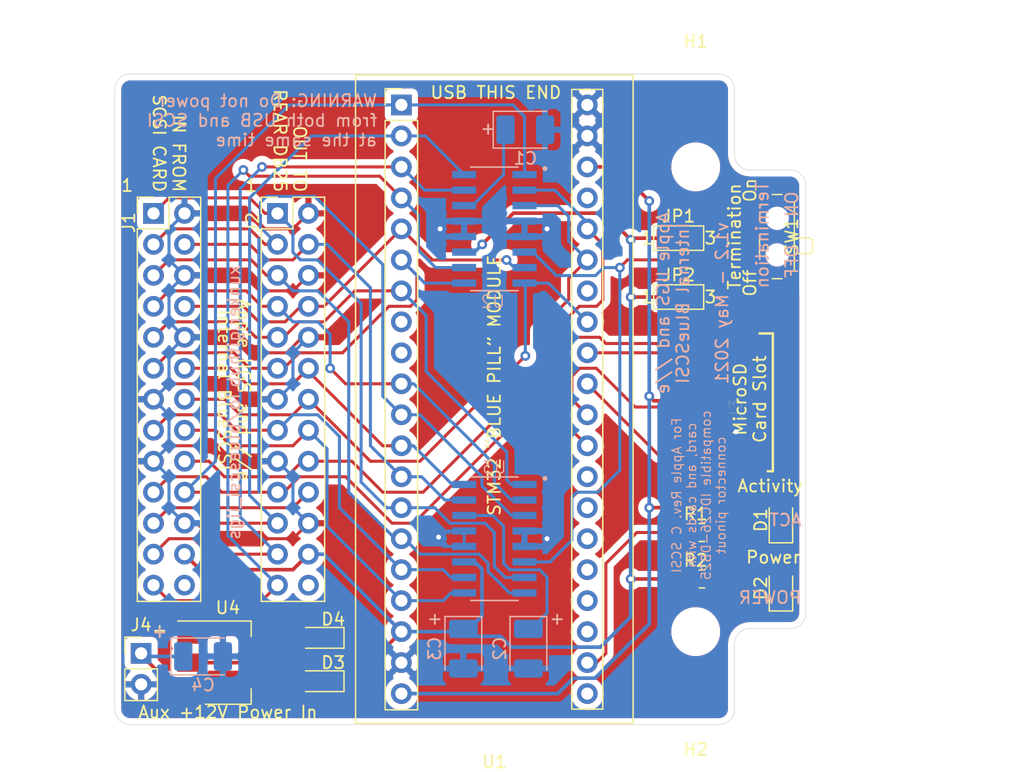
<source format=kicad_pcb>
(kicad_pcb (version 20171130) (host pcbnew "(5.1.8-0-10_14)")
  (layers (0 F.Cu signal) (31 B.Cu signal) (34 B.Paste user) (35 F.Paste user) (36 B.SilkS user) (37 F.SilkS user) (38 B.Mask user) (39 F.Mask user) (44 Edge.Cuts user))
  (net 0 "")
  (net 1 "Net-(U1-Pad37)")
  (net 2 "Net-(U1-Pad34)")
  (net 3 "Net-(U1-Pad8)")
  (net 4 "Net-(U1-Pad9)")
  (net 5 "Net-(U1-Pad28)")
  (net 6 "Net-(U1-Pad25)")
  (net 7 "Net-(U1-Pad24)")
  (net 8 "Net-(U1-Pad23)")
  (net 9 "Net-(U1-Pad21)")
  (net 10 "Net-(J1-Pad26)")
  (net 11 "Net-(J2-Pad26)")
  (net 12 +5V)
  (net 13 GND)
  (net 14 /SCSI_DB4)
  (net 15 /SCSI_DB2)
  (net 16 /SCSI_DB1)
  (net 17 /SCSI_DBP)
  (net 18 /SCSI_SEL)
  (net 19 /SCSI_ATN)
  (net 20 /SCSI_C_D)
  (net 21 /SCSI_DB7)
  (net 22 /SCSI_DB6)
  (net 23 /SCSI_DB5)
  (net 24 /SCSI_DB3)
  (net 25 /SCSI_DB0)
  (net 26 /SCSI_BSY)
  (net 27 /SCSI_ACK)
  (net 28 /SCSI_RST)
  (net 29 /SCSI_I_O)
  (net 30 /SCSI_MSG)
  (net 31 /SCSI_REQ)
  (net 32 /SD_MISO)
  (net 33 /SD_CSK)
  (net 34 +3V3)
  (net 35 /SD_MOSI)
  (net 36 /SD_CS)
  (net 37 "Net-(J3-Pad8)")
  (net 38 "Net-(J3-Pad1)")
  (net 39 "Net-(D2-Pad2)")
  (net 40 "Net-(C1-Pad1)")
  (net 41 "Net-(C2-Pad1)")
  (net 42 /TERM_DISC)
  (net 43 "Net-(D1-Pad1)")
  (net 44 /DEBUG_RX)
  (net 45 /DEBUG_TX)
  (net 46 "Net-(D4-Pad2)")
  (net 47 /+12V_AUX)
  (net 48 /TERM_EN)
  (net 49 /TERM_DIS)
  (net 50 /DISK_ACT)
  (net 51 /REG_OUT)
  (module Jumper:SolderJumper-3_P1.3mm_Open_Pad1.0x1.5mm_NumberLabels (layer F.Cu) (at 175.133 66.548)
    (fp_text reference JP2 (at 0 -1.8) (layer F.SilkS))
    (fp_text value Jumper_3_Open)
    (fp_text user 1 (at -2.6 0) (layer F.SilkS))
    (fp_text user 3 (at 2.6 0) (layer F.SilkS))
    (pad 1 smd rect (at -1.3 0) (size 1 1.5) (layers F.Cu F.Mask) (net 12 +5V))
    (pad 2 smd rect (at 0 0) (size 1 1.5) (layers F.Cu F.Mask) (net 49 /TERM_DIS))
    (pad 3 smd rect (at 1.3 0) (size 1 1.5) (layers F.Cu F.Mask) (net 13 GND))
  )
  (module Jumper:SolderJumper-3_P1.3mm_Open_Pad1.0x1.5mm_NumberLabels (layer F.Cu) (at 175.133 61.722)
    (fp_text reference JP1 (at 0 -1.8) (layer F.SilkS))
    (fp_text value Jumper_3_Open)
    (fp_text user 1 (at -2.6 0) (layer F.SilkS))
    (fp_text user 3 (at 2.6 0) (layer F.SilkS))
    (pad 1 smd rect (at -1.3 0) (size 1 1.5) (layers F.Cu F.Mask) (net 12 +5V))
    (pad 2 smd rect (at 0 0) (size 1 1.5) (layers F.Cu F.Mask) (net 48 /TERM_EN))
    (pad 3 smd rect (at 1.3 0) (size 1 1.5) (layers F.Cu F.Mask) (net 13 GND))
  )
  (module "Molex 105162-0001:105162-0001" (layer F.Cu) (at 176.403 75.184 90)
    (fp_text reference J3 (at -0.549 3.399 90) (layer F.SilkS) (effects (font (thickness 0.015))))
    (fp_text value 105162-0001)
    (pad 15 smd rect (at -2.204 0.105 90) (size 2.91 0.55) (layers F.Cu F.Paste F.Mask))
    (pad 14 smd rect (at 1.986 0.105 90) (size 2.91 0.55) (layers F.Cu F.Paste F.Mask))
    (pad 13 smd rect (at -5.325 4.535 90) (size 1.05 2.39) (layers F.Cu F.Paste F.Mask) (net 13 GND))
    (pad 12 smd rect (at -5.325 1.35 90) (size 1.05 1.2) (layers F.Cu F.Paste F.Mask) (net 13 GND))
    (pad 11 smd rect (at 5.325 0.78 90) (size 1.05 1.2) (layers F.Cu F.Paste F.Mask) (net 13 GND))
    (pad 10 smd rect (at 5.325 3.39 90) (size 1.05 1.08) (layers F.Cu F.Paste F.Mask) (net 13 GND))
    (pad 9 smd rect (at 5.31 4.66 90) (size 0.72 0.78) (layers F.Cu F.Paste F.Mask) (net 13 GND))
    (pad 8 smd rect (at -4.15 7.34 90) (size 0.5 1) (layers F.Cu F.Paste F.Mask) (net 37 "Net-(J3-Pad8)"))
    (pad 7 smd rect (at -3.05 7.34 90) (size 0.5 1) (layers F.Cu F.Paste F.Mask) (net 32 /SD_MISO))
    (pad 6 smd rect (at -1.95 7.34 90) (size 0.5 1) (layers F.Cu F.Paste F.Mask) (net 13 GND))
    (pad 5 smd rect (at -0.85 7.34 90) (size 0.5 1) (layers F.Cu F.Paste F.Mask) (net 33 /SD_CSK))
    (pad 4 smd rect (at 0.25 7.34 90) (size 0.5 1) (layers F.Cu F.Paste F.Mask) (net 34 +3V3))
    (pad 3 smd rect (at 1.35 7.34 90) (size 0.5 1) (layers F.Cu F.Paste F.Mask) (net 35 /SD_MOSI))
    (pad 2 smd rect (at 2.45 7.34 90) (size 0.5 1) (layers F.Cu F.Paste F.Mask) (net 36 /SD_CS))
    (pad 1 smd rect (at 3.55 7.34 90) (size 0.5 1) (layers F.Cu F.Paste F.Mask) (net 38 "Net-(J3-Pad1)"))
  )
  (module Diode_SMD:D_SOD-323_HandSoldering (layer F.Cu) (at 145.796 94.488 180)
    (fp_text reference D4 (at -1.016 1.524) (layer F.SilkS))
    (fp_text value 1N5817,CUS08F30-H3F)
    (pad 2 smd rect (at 1.25 0 180) (size 1 1) (layers F.Cu F.Paste F.Mask) (net 46 "Net-(D4-Pad2)"))
    (pad 1 smd rect (at -1.25 0 180) (size 1 1) (layers F.Cu F.Paste F.Mask) (net 13 GND))
  )
  (module Diode_SMD:D_SOD-323_HandSoldering (layer F.Cu) (at 145.796 98.044 180)
    (fp_text reference D3 (at -1.016 1.524) (layer F.SilkS))
    (fp_text value 1N5817,1N5817,CUS08F30-H3F)
    (pad 2 smd rect (at 1.25 0 180) (size 1 1) (layers F.Cu F.Paste F.Mask) (net 51 /REG_OUT))
    (pad 1 smd rect (at -1.25 0 180) (size 1 1) (layers F.Cu F.Paste F.Mask) (net 12 +5V))
  )
  (module Package_TO_SOT_SMD:SOT-223-3_TabPin2 (layer F.Cu) (at 138.176 96.52)
    (fp_text reference U4 (at 0 -4.5) (layer F.SilkS))
    (fp_text value AMS1117-5.0)
    (pad 1 smd rect (at -3.15 -2.3) (size 2 1.5) (layers F.Cu F.Paste F.Mask) (net 46 "Net-(D4-Pad2)"))
    (pad 3 smd rect (at -3.15 2.3) (size 2 1.5) (layers F.Cu F.Paste F.Mask) (net 47 /+12V_AUX))
    (pad 2 smd rect (at -3.15 0) (size 2 1.5) (layers F.Cu F.Paste F.Mask) (net 51 /REG_OUT))
    (pad 2 smd rect (at 3.15 0) (size 2 3.8) (layers F.Cu F.Paste F.Mask) (net 51 /REG_OUT))
  )
  (module Connector_PinHeader_2.54mm:PinHeader_1x02_P2.54mm_Vertical (layer F.Cu) (at 131.064 95.758)
    (fp_text reference J4 (at 0 -2.33) (layer F.SilkS))
    (fp_text value Conn_01x02_Male)
    (pad 2 thru_hole oval (at 0 2.54) (size 1.7 1.7) (drill 1) (layers *.Cu *.Mask) (net 13 GND))
    (pad 1 thru_hole rect (at 0 0) (size 1.7 1.7) (drill 1) (layers *.Cu *.Mask) (net 47 /+12V_AUX))
  )
  (module Capacitor_Tantalum_SMD:CP_EIA-3528-21_Kemet-B_Pad1.50x2.35mm_HandSolder (layer B.Cu) (at 136.144 96.012)
    (fp_text reference C4 (at 0 2.35 180) (layer B.SilkS) (effects (justify mirror)))
    (fp_text value 10uF)
    (pad 2 smd roundrect (at 1.625 0) (size 1.5 2.35) (layers B.Cu B.Paste B.Mask) (roundrect_rratio 0.166667) (net 13 GND))
    (pad 1 smd roundrect (at -1.625 0) (size 1.5 2.35) (layers B.Cu B.Paste B.Mask) (roundrect_rratio 0.166667) (net 47 /+12V_AUX))
  )
  (module Button_Switch_SMD:SW_SPDT_PCM12 (layer F.Cu) (at 182.88 61.595 90)
    (fp_text reference SW1 (at 0 1.524 90) (layer F.SilkS))
    (fp_text value SW_SPDT)
    (pad "" smd rect (at -3.65 -0.78 90) (size 1 0.8) (layers F.Cu F.Paste F.Mask))
    (pad "" smd rect (at 3.65 -0.78 90) (size 1 0.8) (layers F.Cu F.Paste F.Mask))
    (pad "" smd rect (at 3.65 1.43 90) (size 1 0.8) (layers F.Cu F.Paste F.Mask))
    (pad "" smd rect (at -3.65 1.43 90) (size 1 0.8) (layers F.Cu F.Paste F.Mask))
    (pad 3 smd rect (at 2.25 -1.43 90) (size 0.7 1.5) (layers F.Cu F.Paste F.Mask) (net 48 /TERM_EN))
    (pad 2 smd rect (at 0.75 -1.43 90) (size 0.7 1.5) (layers F.Cu F.Paste F.Mask) (net 42 /TERM_DISC))
    (pad 1 smd rect (at -2.25 -1.43 90) (size 0.7 1.5) (layers F.Cu F.Paste F.Mask) (net 49 /TERM_DIS))
    (pad "" np_thru_hole circle (at 1.5 0.33 90) (size 0.9 0.9) (drill 0.9) (layers *.Cu *.Mask))
    (pad "" np_thru_hole circle (at -1.5 0.33 90) (size 0.9 0.9) (drill 0.9) (layers *.Cu *.Mask))
  )
  (module Capacitor_Tantalum_SMD:CP_EIA-3528-21_Kemet-B_Pad1.50x2.35mm_HandSolder (layer B.Cu) (at 157.48 95.377 270)
    (fp_text reference C3 (at 0 2.35 90) (layer B.SilkS) (effects (justify mirror)))
    (fp_text value "4.7uF, 6.3v")
    (pad 2 smd roundrect (at 1.625 0 270) (size 1.5 2.35) (layers B.Cu B.Paste B.Mask) (roundrect_rratio 0.166667) (net 13 GND))
    (pad 1 smd roundrect (at -1.625 0 270) (size 1.5 2.35) (layers B.Cu B.Paste B.Mask) (roundrect_rratio 0.166667) (net 12 +5V))
  )
  (module Capacitor_Tantalum_SMD:CP_EIA-3528-21_Kemet-B_Pad1.50x2.35mm_HandSolder (layer B.Cu) (at 162.814 95.377 270)
    (fp_text reference C2 (at 0 2.35 90) (layer B.SilkS) (effects (justify mirror)))
    (fp_text value "4.7uF, 6.3v")
    (pad 2 smd roundrect (at 1.625 0 270) (size 1.5 2.35) (layers B.Cu B.Paste B.Mask) (roundrect_rratio 0.166667) (net 13 GND))
    (pad 1 smd roundrect (at -1.625 0 270) (size 1.5 2.35) (layers B.Cu B.Paste B.Mask) (roundrect_rratio 0.166667) (net 41 "Net-(C2-Pad1)"))
  )
  (module Capacitor_Tantalum_SMD:CP_EIA-3528-21_Kemet-B_Pad1.50x2.35mm_HandSolder (layer B.Cu) (at 162.56 52.832)
    (fp_text reference C1 (at 0 2.35) (layer B.SilkS) (effects (justify mirror)))
    (fp_text value "4.7uF, 6.3v")
    (pad 2 smd roundrect (at 1.625 0) (size 1.5 2.35) (layers B.Cu B.Paste B.Mask) (roundrect_rratio 0.166667) (net 13 GND))
    (pad 1 smd roundrect (at -1.625 0) (size 1.5 2.35) (layers B.Cu B.Paste B.Mask) (roundrect_rratio 0.166667) (net 40 "Net-(C1-Pad1)"))
  )
  (module LED_SMD:LED_0805_2012Metric_Pad1.15x1.40mm_HandSolder (layer F.Cu) (at 183.515 90.424 90)
    (fp_text reference D2 (at 0 -1.65 90) (layer F.SilkS))
    (fp_text value LED)
    (pad 2 smd roundrect (at 1.025 0 90) (size 1.15 1.4) (layers F.Cu F.Paste F.Mask) (roundrect_rratio 0.217391) (net 39 "Net-(D2-Pad2)"))
    (pad 1 smd roundrect (at -1.025 0 90) (size 1.15 1.4) (layers F.Cu F.Paste F.Mask) (roundrect_rratio 0.217391) (net 13 GND))
  )
  (module LED_SMD:LED_0805_2012Metric_Pad1.15x1.40mm_HandSolder (layer F.Cu) (at 183.515 84.836 90)
    (fp_text reference D1 (at 0 -1.65 90) (layer F.SilkS))
    (fp_text value LED)
    (pad 2 smd roundrect (at 1.025 0 90) (size 1.15 1.4) (layers F.Cu F.Paste F.Mask) (roundrect_rratio 0.217391) (net 34 +3V3))
    (pad 1 smd roundrect (at -1.025 0 90) (size 1.15 1.4) (layers F.Cu F.Paste F.Mask) (roundrect_rratio 0.217391) (net 43 "Net-(D1-Pad1)"))
  )
  (module Resistor_SMD:R_0805_2012Metric_Pad1.20x1.40mm_HandSolder (layer F.Cu) (at 177.038 89.662 180)
    (fp_text reference R2 (at 0.508 1.524) (layer F.SilkS))
    (fp_text value 470)
    (pad 2 smd roundrect (at 1 0 180) (size 1.2 1.4) (layers F.Cu F.Paste F.Mask) (roundrect_rratio 0.208333) (net 12 +5V))
    (pad 1 smd roundrect (at -1 0 180) (size 1.2 1.4) (layers F.Cu F.Paste F.Mask) (roundrect_rratio 0.208333) (net 39 "Net-(D2-Pad2)"))
  )
  (module Resistor_SMD:R_0805_2012Metric_Pad1.20x1.40mm_HandSolder (layer F.Cu) (at 177.038 85.852 180)
    (fp_text reference R1 (at 0.508 1.524) (layer F.SilkS))
    (fp_text value 330)
    (pad 2 smd roundrect (at 1 0 180) (size 1.2 1.4) (layers F.Cu F.Paste F.Mask) (roundrect_rratio 0.208333) (net 50 /DISK_ACT))
    (pad 1 smd roundrect (at -1 0 180) (size 1.2 1.4) (layers F.Cu F.Paste F.Mask) (roundrect_rratio 0.208333) (net 43 "Net-(D1-Pad1)"))
  )
  (module Connector_PinHeader_2.54mm:PinHeader_2x13_P2.54mm_Vertical (layer F.Cu) (at 142.24 59.69)
    (fp_text reference J2 (at -2.032 0.762 90) (layer F.SilkS))
    (fp_text value Conn_02x13_Odd_Even)
    (pad 26 thru_hole oval (at 2.54 30.48) (size 1.7 1.7) (drill 1) (layers *.Cu *.Mask) (net 11 "Net-(J2-Pad26)"))
    (pad 25 thru_hole oval (at 0 30.48) (size 1.7 1.7) (drill 1) (layers *.Cu *.Mask) (net 21 /SCSI_DB7))
    (pad 24 thru_hole oval (at 2.54 27.94) (size 1.7 1.7) (drill 1) (layers *.Cu *.Mask) (net 12 +5V))
    (pad 23 thru_hole oval (at 0 27.94) (size 1.7 1.7) (drill 1) (layers *.Cu *.Mask) (net 22 /SCSI_DB6))
    (pad 22 thru_hole oval (at 2.54 25.4) (size 1.7 1.7) (drill 1) (layers *.Cu *.Mask) (net 13 GND))
    (pad 21 thru_hole oval (at 0 25.4) (size 1.7 1.7) (drill 1) (layers *.Cu *.Mask) (net 23 /SCSI_DB5))
    (pad 20 thru_hole oval (at 2.54 22.86) (size 1.7 1.7) (drill 1) (layers *.Cu *.Mask) (net 14 /SCSI_DB4))
    (pad 19 thru_hole oval (at 0 22.86) (size 1.7 1.7) (drill 1) (layers *.Cu *.Mask) (net 24 /SCSI_DB3))
    (pad 18 thru_hole oval (at 2.54 20.32) (size 1.7 1.7) (drill 1) (layers *.Cu *.Mask) (net 15 /SCSI_DB2))
    (pad 17 thru_hole oval (at 0 20.32) (size 1.7 1.7) (drill 1) (layers *.Cu *.Mask) (net 13 GND))
    (pad 16 thru_hole oval (at 2.54 17.78) (size 1.7 1.7) (drill 1) (layers *.Cu *.Mask) (net 16 /SCSI_DB1))
    (pad 15 thru_hole oval (at 0 17.78) (size 1.7 1.7) (drill 1) (layers *.Cu *.Mask) (net 25 /SCSI_DB0))
    (pad 14 thru_hole oval (at 2.54 15.24) (size 1.7 1.7) (drill 1) (layers *.Cu *.Mask) (net 17 /SCSI_DBP))
    (pad 13 thru_hole oval (at 0 15.24) (size 1.7 1.7) (drill 1) (layers *.Cu *.Mask) (net 13 GND))
    (pad 12 thru_hole oval (at 2.54 12.7) (size 1.7 1.7) (drill 1) (layers *.Cu *.Mask) (net 18 /SCSI_SEL))
    (pad 11 thru_hole oval (at 0 12.7) (size 1.7 1.7) (drill 1) (layers *.Cu *.Mask) (net 26 /SCSI_BSY))
    (pad 10 thru_hole oval (at 2.54 10.16) (size 1.7 1.7) (drill 1) (layers *.Cu *.Mask) (net 13 GND))
    (pad 9 thru_hole oval (at 0 10.16) (size 1.7 1.7) (drill 1) (layers *.Cu *.Mask) (net 27 /SCSI_ACK))
    (pad 8 thru_hole oval (at 2.54 7.62) (size 1.7 1.7) (drill 1) (layers *.Cu *.Mask) (net 19 /SCSI_ATN))
    (pad 7 thru_hole oval (at 0 7.62) (size 1.7 1.7) (drill 1) (layers *.Cu *.Mask) (net 28 /SCSI_RST))
    (pad 6 thru_hole oval (at 2.54 5.08) (size 1.7 1.7) (drill 1) (layers *.Cu *.Mask) (net 13 GND))
    (pad 5 thru_hole oval (at 0 5.08) (size 1.7 1.7) (drill 1) (layers *.Cu *.Mask) (net 29 /SCSI_I_O))
    (pad 4 thru_hole oval (at 2.54 2.54) (size 1.7 1.7) (drill 1) (layers *.Cu *.Mask) (net 20 /SCSI_C_D))
    (pad 3 thru_hole oval (at 0 2.54) (size 1.7 1.7) (drill 1) (layers *.Cu *.Mask) (net 30 /SCSI_MSG))
    (pad 2 thru_hole oval (at 2.54 0) (size 1.7 1.7) (drill 1) (layers *.Cu *.Mask) (net 13 GND))
    (pad 1 thru_hole rect (at 0 0) (size 1.7 1.7) (drill 1) (layers *.Cu *.Mask) (net 31 /SCSI_REQ))
  )
  (module "my library:YAAJ_BluePill_2" (layer F.Cu) (at 152.4 50.8)
    (fp_text reference U1 (at 7.62 53.848) (layer F.SilkS))
    (fp_text value YAAJ_BluePill hide)
    (pad 40 thru_hole circle (at 15.24 0) (size 1.7 1.7) (drill 1) (layers *.Cu *.Mask) (net 13 GND))
    (pad 1 thru_hole rect (at 0 0) (size 1.7 1.7) (drill 1) (layers *.Cu *.Mask) (net 14 /SCSI_DB4))
    (pad 39 thru_hole circle (at 15.24 2.54) (size 1.7 1.7) (drill 1) (layers *.Cu *.Mask) (net 13 GND))
    (pad 2 thru_hole circle (at 0 2.54) (size 1.7 1.7) (drill 1) (layers *.Cu *.Mask) (net 23 /SCSI_DB5))
    (pad 38 thru_hole circle (at 15.24 5.08) (size 1.7 1.7) (drill 1) (layers *.Cu *.Mask) (net 34 +3V3))
    (pad 3 thru_hole circle (at 0 5.08) (size 1.7 1.7) (drill 1) (layers *.Cu *.Mask) (net 22 /SCSI_DB6))
    (pad 37 thru_hole circle (at 15.24 7.62) (size 1.7 1.7) (drill 1) (layers *.Cu *.Mask) (net 1 "Net-(U1-Pad37)"))
    (pad 4 thru_hole circle (at 0 7.62) (size 1.7 1.7) (drill 1) (layers *.Cu *.Mask) (net 21 /SCSI_DB7))
    (pad 36 thru_hole circle (at 15.24 10.16) (size 1.7 1.7) (drill 1) (layers *.Cu *.Mask) (net 24 /SCSI_DB3))
    (pad 5 thru_hole circle (at 0 10.16) (size 1.7 1.7) (drill 1) (layers *.Cu *.Mask) (net 19 /SCSI_ATN))
    (pad 35 thru_hole circle (at 15.24 12.7) (size 1.7 1.7) (drill 1) (layers *.Cu *.Mask) (net 15 /SCSI_DB2))
    (pad 6 thru_hole circle (at 0 12.7) (size 1.7 1.7) (drill 1) (layers *.Cu *.Mask) (net 26 /SCSI_BSY))
    (pad 34 thru_hole circle (at 15.24 15.24) (size 1.7 1.7) (drill 1) (layers *.Cu *.Mask) (net 2 "Net-(U1-Pad34)"))
    (pad 7 thru_hole circle (at 0 15.24) (size 1.7 1.7) (drill 1) (layers *.Cu *.Mask) (net 27 /SCSI_ACK))
    (pad 33 thru_hole circle (at 15.24 17.78) (size 1.7 1.7) (drill 1) (layers *.Cu *.Mask) (net 17 /SCSI_DBP))
    (pad 8 thru_hole circle (at 0 17.78) (size 1.7 1.7) (drill 1) (layers *.Cu *.Mask) (net 3 "Net-(U1-Pad8)"))
    (pad 32 thru_hole circle (at 15.24 20.32) (size 1.7 1.7) (drill 1) (layers *.Cu *.Mask) (net 35 /SD_MOSI))
    (pad 9 thru_hole circle (at 0 20.32) (size 1.7 1.7) (drill 1) (layers *.Cu *.Mask) (net 4 "Net-(U1-Pad9)"))
    (pad 31 thru_hole circle (at 15.24 22.86) (size 1.7 1.7) (drill 1) (layers *.Cu *.Mask) (net 32 /SD_MISO))
    (pad 10 thru_hole circle (at 0 22.86) (size 1.7 1.7) (drill 1) (layers *.Cu *.Mask) (net 28 /SCSI_RST))
    (pad 30 thru_hole circle (at 15.24 25.4) (size 1.7 1.7) (drill 1) (layers *.Cu *.Mask) (net 33 /SD_CSK))
    (pad 11 thru_hole circle (at 0 25.4) (size 1.7 1.7) (drill 1) (layers *.Cu *.Mask) (net 30 /SCSI_MSG))
    (pad 29 thru_hole circle (at 15.24 27.94) (size 1.7 1.7) (drill 1) (layers *.Cu *.Mask) (net 36 /SD_CS))
    (pad 12 thru_hole circle (at 0 27.94) (size 1.7 1.7) (drill 1) (layers *.Cu *.Mask) (net 18 /SCSI_SEL))
    (pad 28 thru_hole circle (at 15.24 30.48) (size 1.7 1.7) (drill 1) (layers *.Cu *.Mask) (net 5 "Net-(U1-Pad28)"))
    (pad 13 thru_hole circle (at 0 30.48) (size 1.7 1.7) (drill 1) (layers *.Cu *.Mask) (net 20 /SCSI_C_D))
    (pad 27 thru_hole circle (at 15.24 33.02) (size 1.7 1.7) (drill 1) (layers *.Cu *.Mask) (net 44 /DEBUG_RX))
    (pad 14 thru_hole circle (at 0 33.02) (size 1.7 1.7) (drill 1) (layers *.Cu *.Mask) (net 31 /SCSI_REQ))
    (pad 26 thru_hole circle (at 15.24 35.56) (size 1.7 1.7) (drill 1) (layers *.Cu *.Mask) (net 45 /DEBUG_TX))
    (pad 15 thru_hole circle (at 0 35.56) (size 1.7 1.7) (drill 1) (layers *.Cu *.Mask) (net 29 /SCSI_I_O))
    (pad 25 thru_hole circle (at 15.24 38.1) (size 1.7 1.7) (drill 1) (layers *.Cu *.Mask) (net 6 "Net-(U1-Pad25)"))
    (pad 16 thru_hole circle (at 0 38.1) (size 1.7 1.7) (drill 1) (layers *.Cu *.Mask) (net 25 /SCSI_DB0))
    (pad 24 thru_hole circle (at 15.24 40.64) (size 1.7 1.7) (drill 1) (layers *.Cu *.Mask) (net 7 "Net-(U1-Pad24)"))
    (pad 17 thru_hole circle (at 0 40.64) (size 1.7 1.7) (drill 1) (layers *.Cu *.Mask) (net 16 /SCSI_DB1))
    (pad 23 thru_hole circle (at 15.24 43.18) (size 1.7 1.7) (drill 1) (layers *.Cu *.Mask) (net 8 "Net-(U1-Pad23)"))
    (pad 18 thru_hole circle (at 0 43.18) (size 1.7 1.7) (drill 1) (layers *.Cu *.Mask) (net 12 +5V))
    (pad 22 thru_hole circle (at 15.24 45.72) (size 1.7 1.7) (drill 1) (layers *.Cu *.Mask) (net 50 /DISK_ACT))
    (pad 19 thru_hole circle (at 0 45.72) (size 1.7 1.7) (drill 1) (layers *.Cu *.Mask) (net 13 GND))
    (pad 21 thru_hole circle (at 15.24 48.26) (size 1.7 1.7) (drill 1) (layers *.Cu *.Mask) (net 9 "Net-(U1-Pad21)"))
    (pad 20 thru_hole circle (at 0 48.26) (size 1.7 1.7) (drill 1) (layers *.Cu *.Mask) (net 34 +3V3))
  )
  (module "my library:SOIC127P600X175-16N" (layer B.Cu) (at 160.02 86.36 180)
    (fp_text reference U3 (at 0 5.842) (layer B.SilkS) (effects (font (thickness 0.1)) (justify mirror)))
    (fp_text value "UC560x, UCC56xx")
    (pad 1 smd rect (at -2.475 4.445 180) (size 1.97 0.6) (layers B.Cu B.Paste B.Mask) (net 27 /SCSI_ACK))
    (pad 2 smd rect (at -2.475 3.175 180) (size 1.97 0.6) (layers B.Cu B.Paste B.Mask) (net 28 /SCSI_RST))
    (pad 3 smd rect (at -2.475 1.905 180) (size 1.97 0.6) (layers B.Cu B.Paste B.Mask) (net 30 /SCSI_MSG))
    (pad 4 smd rect (at -2.475 0.635 180) (size 1.97 0.6) (layers B.Cu B.Paste B.Mask) (net 13 GND))
    (pad 5 smd rect (at -2.475 -0.635 180) (size 1.97 0.6) (layers B.Cu B.Paste B.Mask) (net 13 GND))
    (pad 6 smd rect (at -2.475 -1.905 180) (size 1.97 0.6) (layers B.Cu B.Paste B.Mask) (net 42 /TERM_DISC))
    (pad 7 smd rect (at -2.475 -3.175 180) (size 1.97 0.6) (layers B.Cu B.Paste B.Mask) (net 31 /SCSI_REQ))
    (pad 8 smd rect (at -2.475 -4.445 180) (size 1.97 0.6) (layers B.Cu B.Paste B.Mask) (net 29 /SCSI_I_O))
    (pad 9 smd rect (at 2.475 -4.445 180) (size 1.97 0.6) (layers B.Cu B.Paste B.Mask) (net 16 /SCSI_DB1))
    (pad 10 smd rect (at 2.475 -3.175 180) (size 1.97 0.6) (layers B.Cu B.Paste B.Mask) (net 25 /SCSI_DB0))
    (pad 11 smd rect (at 2.475 -1.905 180) (size 1.97 0.6) (layers B.Cu B.Paste B.Mask) (net 12 +5V))
    (pad 12 smd rect (at 2.475 -0.635 180) (size 1.97 0.6) (layers B.Cu B.Paste B.Mask) (net 13 GND))
    (pad 13 smd rect (at 2.475 0.635 180) (size 1.97 0.6) (layers B.Cu B.Paste B.Mask) (net 13 GND))
    (pad 14 smd rect (at 2.475 1.905 180) (size 1.97 0.6) (layers B.Cu B.Paste B.Mask) (net 41 "Net-(C2-Pad1)"))
    (pad 15 smd rect (at 2.475 3.175 180) (size 1.97 0.6) (layers B.Cu B.Paste B.Mask) (net 20 /SCSI_C_D))
    (pad 16 smd rect (at 2.475 4.445 180) (size 1.97 0.6) (layers B.Cu B.Paste B.Mask) (net 18 /SCSI_SEL))
  )
  (module "my library:SOIC127P600X175-16N" (layer B.Cu) (at 160.02 60.96 180)
    (fp_text reference U2 (at 0.127 -5.969) (layer B.SilkS) (effects (font (thickness 0.1)) (justify mirror)))
    (fp_text value "UC560x, UCC56xx")
    (pad 1 smd rect (at -2.475 4.445 180) (size 1.97 0.6) (layers B.Cu B.Paste B.Mask) (net 14 /SCSI_DB4))
    (pad 2 smd rect (at -2.475 3.175 180) (size 1.97 0.6) (layers B.Cu B.Paste B.Mask) (net 24 /SCSI_DB3))
    (pad 3 smd rect (at -2.475 1.905 180) (size 1.97 0.6) (layers B.Cu B.Paste B.Mask) (net 15 /SCSI_DB2))
    (pad 4 smd rect (at -2.475 0.635 180) (size 1.97 0.6) (layers B.Cu B.Paste B.Mask) (net 13 GND))
    (pad 5 smd rect (at -2.475 -0.635 180) (size 1.97 0.6) (layers B.Cu B.Paste B.Mask) (net 13 GND))
    (pad 6 smd rect (at -2.475 -1.905 180) (size 1.97 0.6) (layers B.Cu B.Paste B.Mask) (net 42 /TERM_DISC))
    (pad 7 smd rect (at -2.475 -3.175 180) (size 1.97 0.6) (layers B.Cu B.Paste B.Mask) (net 19 /SCSI_ATN))
    (pad 8 smd rect (at -2.475 -4.445 180) (size 1.97 0.6) (layers B.Cu B.Paste B.Mask) (net 17 /SCSI_DBP))
    (pad 9 smd rect (at 2.475 -4.445 180) (size 1.97 0.6) (layers B.Cu B.Paste B.Mask) (net 26 /SCSI_BSY))
    (pad 10 smd rect (at 2.475 -3.175 180) (size 1.97 0.6) (layers B.Cu B.Paste B.Mask) (net 21 /SCSI_DB7))
    (pad 11 smd rect (at 2.475 -1.905 180) (size 1.97 0.6) (layers B.Cu B.Paste B.Mask) (net 12 +5V))
    (pad 12 smd rect (at 2.475 -0.635 180) (size 1.97 0.6) (layers B.Cu B.Paste B.Mask) (net 13 GND))
    (pad 13 smd rect (at 2.475 0.635 180) (size 1.97 0.6) (layers B.Cu B.Paste B.Mask) (net 13 GND))
    (pad 14 smd rect (at 2.475 1.905 180) (size 1.97 0.6) (layers B.Cu B.Paste B.Mask) (net 40 "Net-(C1-Pad1)"))
    (pad 15 smd rect (at 2.475 3.175 180) (size 1.97 0.6) (layers B.Cu B.Paste B.Mask) (net 22 /SCSI_DB6))
    (pad 16 smd rect (at 2.475 4.445 180) (size 1.97 0.6) (layers B.Cu B.Paste B.Mask) (net 23 /SCSI_DB5))
  )
  (module MountingHole:MountingHole_3mm (layer F.Cu) (at 176.53 93.98)
    (fp_text reference H2 (at 0 9.652) (layer F.SilkS))
    (fp_text value MountingHole)
    (pad 1 np_thru_hole circle (at 0 0) (size 3 3) (drill 3) (layers *.Cu *.Mask))
  )
  (module MountingHole:MountingHole_3mm (layer F.Cu) (at 176.53 55.88)
    (fp_text reference H1 (at 0 -10.287) (layer F.SilkS))
    (fp_text value MountingHole)
    (pad 1 np_thru_hole circle (at 0 0) (size 3 3) (drill 3) (layers *.Cu *.Mask))
  )
  (module Connector_PinHeader_2.54mm:PinHeader_2x13_P2.54mm_Vertical (layer F.Cu) (at 132.08 59.69)
    (fp_text reference J1 (at -2.032 0.762 270) (layer F.SilkS))
    (fp_text value Conn_02x13_Odd_Even)
    (pad 26 thru_hole oval (at 2.54 30.48) (size 1.7 1.7) (drill 1) (layers *.Cu *.Mask) (net 10 "Net-(J1-Pad26)"))
    (pad 25 thru_hole oval (at 0 30.48) (size 1.7 1.7) (drill 1) (layers *.Cu *.Mask) (net 21 /SCSI_DB7))
    (pad 24 thru_hole oval (at 2.54 27.94) (size 1.7 1.7) (drill 1) (layers *.Cu *.Mask) (net 12 +5V))
    (pad 23 thru_hole oval (at 0 27.94) (size 1.7 1.7) (drill 1) (layers *.Cu *.Mask) (net 22 /SCSI_DB6))
    (pad 22 thru_hole oval (at 2.54 25.4) (size 1.7 1.7) (drill 1) (layers *.Cu *.Mask) (net 13 GND))
    (pad 21 thru_hole oval (at 0 25.4) (size 1.7 1.7) (drill 1) (layers *.Cu *.Mask) (net 23 /SCSI_DB5))
    (pad 20 thru_hole oval (at 2.54 22.86) (size 1.7 1.7) (drill 1) (layers *.Cu *.Mask) (net 14 /SCSI_DB4))
    (pad 19 thru_hole oval (at 0 22.86) (size 1.7 1.7) (drill 1) (layers *.Cu *.Mask) (net 24 /SCSI_DB3))
    (pad 18 thru_hole oval (at 2.54 20.32) (size 1.7 1.7) (drill 1) (layers *.Cu *.Mask) (net 15 /SCSI_DB2))
    (pad 17 thru_hole oval (at 0 20.32) (size 1.7 1.7) (drill 1) (layers *.Cu *.Mask) (net 13 GND))
    (pad 16 thru_hole oval (at 2.54 17.78) (size 1.7 1.7) (drill 1) (layers *.Cu *.Mask) (net 16 /SCSI_DB1))
    (pad 15 thru_hole oval (at 0 17.78) (size 1.7 1.7) (drill 1) (layers *.Cu *.Mask) (net 25 /SCSI_DB0))
    (pad 14 thru_hole oval (at 2.54 15.24) (size 1.7 1.7) (drill 1) (layers *.Cu *.Mask) (net 17 /SCSI_DBP))
    (pad 13 thru_hole oval (at 0 15.24) (size 1.7 1.7) (drill 1) (layers *.Cu *.Mask) (net 13 GND))
    (pad 12 thru_hole oval (at 2.54 12.7) (size 1.7 1.7) (drill 1) (layers *.Cu *.Mask) (net 18 /SCSI_SEL))
    (pad 11 thru_hole oval (at 0 12.7) (size 1.7 1.7) (drill 1) (layers *.Cu *.Mask) (net 26 /SCSI_BSY))
    (pad 10 thru_hole oval (at 2.54 10.16) (size 1.7 1.7) (drill 1) (layers *.Cu *.Mask) (net 13 GND))
    (pad 9 thru_hole oval (at 0 10.16) (size 1.7 1.7) (drill 1) (layers *.Cu *.Mask) (net 27 /SCSI_ACK))
    (pad 8 thru_hole oval (at 2.54 7.62) (size 1.7 1.7) (drill 1) (layers *.Cu *.Mask) (net 19 /SCSI_ATN))
    (pad 7 thru_hole oval (at 0 7.62) (size 1.7 1.7) (drill 1) (layers *.Cu *.Mask) (net 28 /SCSI_RST))
    (pad 6 thru_hole oval (at 2.54 5.08) (size 1.7 1.7) (drill 1) (layers *.Cu *.Mask) (net 13 GND))
    (pad 5 thru_hole oval (at 0 5.08) (size 1.7 1.7) (drill 1) (layers *.Cu *.Mask) (net 29 /SCSI_I_O))
    (pad 4 thru_hole oval (at 2.54 2.54) (size 1.7 1.7) (drill 1) (layers *.Cu *.Mask) (net 20 /SCSI_C_D))
    (pad 3 thru_hole oval (at 0 2.54) (size 1.7 1.7) (drill 1) (layers *.Cu *.Mask) (net 30 /SCSI_MSG))
    (pad 2 thru_hole oval (at 2.54 0) (size 1.7 1.7) (drill 1) (layers *.Cu *.Mask) (net 13 GND))
    (pad 1 thru_hole rect (at 0 0) (size 1.7 1.7) (drill 1) (layers *.Cu *.Mask) (net 31 /SCSI_REQ))
  )
  (gr_text + (at 132.588 93.98 180) (layer F.SilkS) (effects (font (size 1 1))))
  (gr_text + (at 132.588 93.98) (layer B.SilkS) (effects (font (size 1 1)) (justify mirror)))
  (gr_text "Aux +12V Power In" (at 138.176 100.584) (layer F.SilkS) (effects (font (size 1 1))))
  (gr_text "Apple IIGS and //e\nInternal BlueSCSI\n\nv1.2 - May 2021" (at 176.276 67.056 90) (layer B.SilkS) (effects (font (size 1 1)) (justify mirror)))
  (gr_arc (start 180.975 94.996) (end 180.975 93.726) (angle -90) (layer Edge.Cuts) (width 0.05))
  (gr_arc (start 180.975 54.864) (end 179.705 54.864) (angle -90) (layer Edge.Cuts) (width 0.05))
  (gr_arc (start 184.277 57.404) (end 185.547 57.404) (angle -90) (layer Edge.Cuts) (width 0.05))
  (gr_arc (start 184.277 92.456) (end 184.277 93.726) (angle -90) (layer Edge.Cuts) (width 0.05))
  (gr_arc (start 130.175 100.33) (end 128.905 100.33) (angle -90) (layer Edge.Cuts) (width 0.05))
  (gr_arc (start 178.435 100.33) (end 178.435 101.6) (angle -90) (layer Edge.Cuts) (width 0.05))
  (gr_arc (start 178.435 49.53) (end 179.705 49.53) (angle -90) (layer Edge.Cuts) (width 0.05))
  (gr_arc (start 130.175 49.53) (end 130.175 48.26) (angle -90) (layer Edge.Cuts) (width 0.05))
  (gr_text "WARNING: Do not power\nfrom both USB and SCSI\nat the same time" (at 150.495 52.07) (layer B.SilkS) (effects (font (size 1 1)) (justify left mirror)))
  (gr_line (start 180.975 93.726) (end 184.277 93.726) (layer Edge.Cuts) (width 0.05))
  (gr_line (start 179.705 94.996) (end 179.705 100.33) (layer Edge.Cuts) (width 0.05))
  (gr_line (start 180.975 56.134) (end 184.277 56.134) (layer Edge.Cuts) (width 0.05))
  (gr_line (start 179.705 49.53) (end 179.705 54.864) (layer Edge.Cuts) (width 0.05))
  (gr_text "For Apple Rev. C SCSI\ncard, and cards with\ncompatible IDC26-DB25\nconnector pinout" (at 176.784 82.804 90) (layer B.SilkS) (effects (font (size 0.75 0.75) (thickness 0.1)) (justify mirror)))
  (gr_text "MicroSD\nCard Slot" (at 180.975 74.93 90) (layer F.SilkS) (effects (font (size 1 1))))
  (gr_text Off (at 180.975 65.405 90) (layer F.SilkS) (effects (font (size 1 1))))
  (gr_text On (at 180.975 57.785 90) (layer F.SilkS) (effects (font (size 1 1))))
  (gr_text Termination (at 179.705 61.595 90) (layer F.SilkS) (effects (font (size 1 1))))
  (gr_text Power (at 182.88 87.884) (layer F.SilkS) (effects (font (size 1 1))))
  (gr_text Activity (at 182.626 82.042) (layer F.SilkS) (effects (font (size 1 1))))
  (gr_text xunker.github.io/bluescsi_iigs (at 138.684 75.184 90) (layer B.SilkS) (effects (font (size 1 1)) (justify mirror)))
  (gr_text "Apple IIGS and //e\nInternal BlueSCSI" (at 138.684 74.168 270) (layer F.SilkS) (effects (font (size 1 1))))
  (gr_text + (at 155.067 92.964 90) (layer B.SilkS) (effects (font (size 1 1)) (justify mirror)))
  (gr_text + (at 165.1 92.964 90) (layer B.SilkS) (effects (font (size 1 1)) (justify mirror)))
  (gr_text + (at 159.512 52.705) (layer B.SilkS) (effects (font (size 1 1)) (justify mirror)))
  (gr_text "ON   OFF" (at 184.404 61.468 90) (layer B.SilkS) (effects (font (size 1 1)) (justify mirror)))
  (gr_text POWER (at 182.626 91.186) (layer B.SilkS) (effects (font (size 1 1)) (justify mirror)))
  (gr_text ACT (at 183.896 84.836) (layer B.SilkS) (effects (font (size 1 1)) (justify mirror)))
  (gr_text Termination (at 181.991 61.468 90) (layer B.SilkS) (effects (font (size 1 1)) (justify mirror)))
  (gr_text "STM32 “BLUE PILL” MODULE" (at 160.02 73.787 90) (layer F.SilkS) (effects (font (size 1 1))))
  (gr_text 1 (at 129.921 57.404) (layer F.SilkS) (effects (font (size 1 1))))
  (gr_text 1 (at 140.081 57.404) (layer F.SilkS) (effects (font (size 1 1))))
  (gr_text "USB THIS END" (at 160.147 49.784) (layer F.SilkS) (effects (font (size 1 1))))
  (gr_text "OUT TO\nREAR DB25\n" (at 143.256 58.039 270) (layer F.SilkS) (effects (font (size 1 1)) (justify right)))
  (gr_text "IN FROM\nSCSI CARD" (at 133.35 58.039 270) (layer F.SilkS) (effects (font (size 1 1)) (justify right)))
  (gr_line (start 130.175 48.26) (end 178.435 48.26) (layer Edge.Cuts) (width 0.05))
  (gr_line (start 128.905 100.33) (end 128.905 49.53) (layer Edge.Cuts) (width 0.05))
  (gr_line (start 178.435 101.6) (end 130.175 101.6) (layer Edge.Cuts) (width 0.05))
  (gr_line (start 185.547 57.404) (end 185.547 92.456) (layer Edge.Cuts) (width 0.05))
  (segment (start 146.05 87.63) (end 152.4 93.98) (width 0.3) (layer B.Cu) (net 12))
  (segment (start 144.78 87.63) (end 146.05 87.63) (width 0.3) (layer B.Cu) (net 12))
  (via (at 159.02532 62.233641) (size 0.8) (drill 0.4) (layers F.Cu B.Cu) (net 12))
  (segment (start 157.545 62.865) (end 158.393961 62.865) (width 0.3) (layer B.Cu) (net 12))
  (segment (start 158.393961 62.865) (end 159.02532 62.233641) (width 0.3) (layer B.Cu) (net 12))
  (via (at 171.196 89.662) (size 0.8) (drill 0.4) (layers F.Cu B.Cu) (net 12))
  (segment (start 176.038 89.662) (end 171.196 89.662) (width 0.3) (layer F.Cu) (net 12))
  (segment (start 143.51 88.9) (end 144.78 87.63) (width 0.3) (layer F.Cu) (net 12))
  (segment (start 135.89 88.9) (end 143.51 88.9) (width 0.3) (layer F.Cu) (net 12))
  (segment (start 134.62 87.63) (end 135.89 88.9) (width 0.3) (layer F.Cu) (net 12))
  (segment (start 159.004 92.71) (end 157.734 93.98) (width 0.3) (layer B.Cu) (net 12))
  (segment (start 159.004 88.8425) (end 159.004 92.71) (width 0.3) (layer B.Cu) (net 12))
  (segment (start 157.734 93.98) (end 152.4 93.98) (width 0.3) (layer B.Cu) (net 12))
  (segment (start 158.4265 88.265) (end 159.004 88.8425) (width 0.3) (layer B.Cu) (net 12))
  (segment (start 157.545 88.265) (end 158.4265 88.265) (width 0.3) (layer B.Cu) (net 12))
  (segment (start 160.529687 94.361) (end 161.418687 95.25) (width 0.3) (layer B.Cu) (net 12))
  (segment (start 168.7195 95.25) (end 171.196 92.7735) (width 0.3) (layer B.Cu) (net 12))
  (segment (start 171.196 92.7735) (end 171.196 89.662) (width 0.3) (layer B.Cu) (net 12))
  (segment (start 157.1125 94.361) (end 160.529687 94.361) (width 0.3) (layer B.Cu) (net 12))
  (segment (start 161.418687 95.25) (end 168.7195 95.25) (width 0.3) (layer B.Cu) (net 12))
  (segment (start 156.718 93.9665) (end 157.1125 94.361) (width 0.3) (layer B.Cu) (net 12))
  (segment (start 148.336 98.044) (end 152.4 93.98) (width 0.3) (layer F.Cu) (net 12))
  (segment (start 147.046 98.044) (end 148.336 98.044) (width 0.3) (layer F.Cu) (net 12))
  (via (at 171.195988 66.548) (size 0.8) (drill 0.4) (layers F.Cu B.Cu) (net 12))
  (segment (start 171.196 89.662) (end 171.196 66.548012) (width 0.3) (layer B.Cu) (net 12))
  (segment (start 171.196 66.548012) (end 171.195988 66.548) (width 0.3) (layer B.Cu) (net 12))
  (segment (start 173.706 66.548) (end 171.195988 66.548) (width 0.3) (layer F.Cu) (net 12))
  (segment (start 173.833 66.421) (end 173.706 66.548) (width 0.3) (layer F.Cu) (net 12))
  (via (at 171.196 61.849002) (size 0.8) (drill 0.4) (layers F.Cu B.Cu) (net 12))
  (segment (start 159.02532 62.233641) (end 161.58796 59.671001) (width 0.3) (layer F.Cu) (net 12))
  (segment (start 171.195988 61.849014) (end 171.196 61.849002) (width 0.3) (layer B.Cu) (net 12))
  (segment (start 161.58796 59.671001) (end 169.017999 59.671001) (width 0.3) (layer F.Cu) (net 12))
  (segment (start 169.017999 59.671001) (end 171.196 61.849002) (width 0.3) (layer F.Cu) (net 12))
  (segment (start 171.195988 66.548) (end 171.195988 61.849014) (width 0.3) (layer B.Cu) (net 12))
  (segment (start 171.323002 61.722) (end 171.196 61.849002) (width 0.3) (layer F.Cu) (net 12))
  (segment (start 173.833 61.722) (end 171.323002 61.722) (width 0.3) (layer F.Cu) (net 12))
  (via (at 155.448 86.233) (size 0.8) (drill 0.4) (layers F.Cu B.Cu) (net 13))
  (segment (start 155.575 85.725) (end 155.067 86.233) (width 0.25) (layer B.Cu) (net 13))
  (segment (start 157.545 85.725) (end 155.575 85.725) (width 0.25) (layer B.Cu) (net 13))
  (segment (start 155.829 86.995) (end 155.067 86.233) (width 0.25) (layer B.Cu) (net 13))
  (segment (start 157.545 86.995) (end 155.829 86.995) (width 0.25) (layer B.Cu) (net 13))
  (segment (start 157.545 85.725) (end 157.545 86.995) (width 0.25) (layer B.Cu) (net 13))
  (segment (start 157.545 60.325) (end 162.495 60.325) (width 0.25) (layer B.Cu) (net 13))
  (segment (start 157.418 61.468) (end 157.545 61.595) (width 0.25) (layer B.Cu) (net 13))
  (via (at 155.575 60.96) (size 0.8) (drill 0.4) (layers F.Cu B.Cu) (net 13))
  (segment (start 143.51 66.04) (end 144.78 64.77) (width 0.25) (layer F.Cu) (net 13))
  (segment (start 139.954 64.77) (end 141.224 66.04) (width 0.25) (layer F.Cu) (net 13))
  (segment (start 141.224 66.04) (end 143.51 66.04) (width 0.25) (layer F.Cu) (net 13))
  (segment (start 134.62 64.77) (end 139.954 64.77) (width 0.25) (layer F.Cu) (net 13))
  (segment (start 143.51 86.36) (end 144.78 85.09) (width 0.25) (layer F.Cu) (net 13))
  (segment (start 136.906 86.36) (end 143.51 86.36) (width 0.25) (layer F.Cu) (net 13))
  (segment (start 135.636 85.09) (end 136.906 86.36) (width 0.25) (layer F.Cu) (net 13))
  (segment (start 134.62 85.09) (end 135.636 85.09) (width 0.25) (layer F.Cu) (net 13))
  (segment (start 133.35 78.74) (end 132.08 80.01) (width 0.25) (layer F.Cu) (net 13))
  (segment (start 136.906 78.74) (end 133.35 78.74) (width 0.25) (layer F.Cu) (net 13))
  (segment (start 138.176 80.01) (end 136.906 78.74) (width 0.25) (layer F.Cu) (net 13))
  (segment (start 142.24 80.01) (end 138.176 80.01) (width 0.25) (layer F.Cu) (net 13))
  (segment (start 139.446 74.93) (end 142.24 74.93) (width 0.25) (layer F.Cu) (net 13))
  (segment (start 133.35 73.66) (end 138.176 73.66) (width 0.25) (layer F.Cu) (net 13))
  (segment (start 138.176 73.66) (end 139.446 74.93) (width 0.25) (layer F.Cu) (net 13))
  (segment (start 132.08 74.93) (end 133.35 73.66) (width 0.25) (layer F.Cu) (net 13))
  (segment (start 143.51 60.96) (end 144.78 59.69) (width 0.25) (layer F.Cu) (net 13))
  (segment (start 141.224 60.96) (end 143.51 60.96) (width 0.25) (layer F.Cu) (net 13))
  (segment (start 139.954 59.69) (end 141.224 60.96) (width 0.25) (layer F.Cu) (net 13))
  (segment (start 134.62 59.69) (end 139.954 59.69) (width 0.25) (layer F.Cu) (net 13))
  (via (at 164.338 60.96) (size 0.8) (drill 0.4) (layers F.Cu B.Cu) (net 13))
  (via (at 164.338 86.36) (size 0.8) (drill 0.4) (layers F.Cu B.Cu) (net 13))
  (segment (start 144.272 69.85) (end 144.78 69.85) (width 0.25) (layer F.Cu) (net 13))
  (segment (start 140.208 71.12) (end 143.002 71.12) (width 0.25) (layer F.Cu) (net 13))
  (segment (start 138.938 69.85) (end 140.208 71.12) (width 0.25) (layer F.Cu) (net 13))
  (segment (start 143.002 71.12) (end 144.272 69.85) (width 0.25) (layer F.Cu) (net 13))
  (segment (start 134.62 69.85) (end 138.938 69.85) (width 0.25) (layer F.Cu) (net 13))
  (segment (start 143.51 73.66) (end 142.24 74.93) (width 0.25) (layer B.Cu) (net 13))
  (segment (start 143.51 71.12) (end 143.51 73.66) (width 0.25) (layer B.Cu) (net 13))
  (segment (start 144.78 69.85) (end 143.51 71.12) (width 0.25) (layer B.Cu) (net 13))
  (segment (start 143.51 83.82) (end 144.78 85.09) (width 0.25) (layer B.Cu) (net 13))
  (segment (start 143.51 81.28) (end 143.51 83.82) (width 0.25) (layer B.Cu) (net 13))
  (segment (start 142.24 80.01) (end 143.51 81.28) (width 0.25) (layer B.Cu) (net 13))
  (segment (start 133.35 83.82) (end 134.62 85.09) (width 0.25) (layer B.Cu) (net 13))
  (segment (start 133.35 81.28) (end 133.35 83.82) (width 0.25) (layer B.Cu) (net 13))
  (segment (start 132.08 80.01) (end 133.35 81.28) (width 0.25) (layer B.Cu) (net 13))
  (segment (start 133.35 73.66) (end 132.08 74.93) (width 0.25) (layer B.Cu) (net 13))
  (segment (start 133.35 71.12) (end 133.35 73.66) (width 0.25) (layer B.Cu) (net 13))
  (segment (start 134.62 69.85) (end 133.35 71.12) (width 0.25) (layer B.Cu) (net 13))
  (segment (start 133.35 76.2) (end 132.08 74.93) (width 0.25) (layer B.Cu) (net 13))
  (segment (start 133.35 78.74) (end 133.35 76.2) (width 0.25) (layer B.Cu) (net 13))
  (segment (start 132.08 80.01) (end 133.35 78.74) (width 0.25) (layer B.Cu) (net 13))
  (segment (start 133.35 60.96) (end 133.35 63.5) (width 0.25) (layer B.Cu) (net 13))
  (segment (start 133.35 63.5) (end 134.62 64.77) (width 0.25) (layer B.Cu) (net 13))
  (segment (start 134.62 59.69) (end 133.35 60.96) (width 0.25) (layer B.Cu) (net 13))
  (segment (start 133.35 68.58) (end 134.62 69.85) (width 0.25) (layer B.Cu) (net 13))
  (segment (start 133.35 66.04) (end 133.35 68.58) (width 0.25) (layer B.Cu) (net 13))
  (segment (start 134.62 64.77) (end 133.35 66.04) (width 0.25) (layer B.Cu) (net 13))
  (via (at 179.832 77.597) (size 0.8) (drill 0.4) (layers F.Cu B.Cu) (net 13))
  (segment (start 162.495 51.751) (end 162.495 56.515) (width 0.25) (layer B.Cu) (net 14))
  (segment (start 161.544 50.8) (end 162.495 51.751) (width 0.25) (layer B.Cu) (net 14))
  (segment (start 152.4 50.8) (end 161.544 50.8) (width 0.25) (layer B.Cu) (net 14))
  (segment (start 137.414 83.82) (end 143.51 83.82) (width 0.25) (layer F.Cu) (net 14))
  (segment (start 143.51 83.82) (end 144.78 82.55) (width 0.25) (layer F.Cu) (net 14))
  (segment (start 136.144 82.55) (end 137.414 83.82) (width 0.25) (layer F.Cu) (net 14))
  (segment (start 134.62 82.55) (end 136.144 82.55) (width 0.25) (layer F.Cu) (net 14))
  (segment (start 143.198998 50.8) (end 151.3 50.8) (width 0.25) (layer B.Cu) (net 14))
  (segment (start 151.3 50.8) (end 152.4 50.8) (width 0.25) (layer B.Cu) (net 14))
  (segment (start 134.62 82.55) (end 137.16 80.01) (width 0.25) (layer B.Cu) (net 14))
  (segment (start 137.16 56.838998) (end 143.198998 50.8) (width 0.25) (layer B.Cu) (net 14))
  (segment (start 137.16 80.01) (end 137.16 56.838998) (width 0.25) (layer B.Cu) (net 14))
  (segment (start 166.116 61.976) (end 167.64 63.5) (width 0.25) (layer B.Cu) (net 15))
  (segment (start 166.116 59.944) (end 166.116 61.976) (width 0.25) (layer B.Cu) (net 15))
  (segment (start 165.227 59.055) (end 166.116 59.944) (width 0.25) (layer B.Cu) (net 15))
  (segment (start 162.495 59.055) (end 165.227 59.055) (width 0.25) (layer B.Cu) (net 15))
  (segment (start 144.272 80.01) (end 144.78 80.01) (width 0.25) (layer F.Cu) (net 15))
  (segment (start 137.89025 81.28) (end 143.002 81.28) (width 0.25) (layer F.Cu) (net 15))
  (segment (start 143.002 81.28) (end 144.272 80.01) (width 0.25) (layer F.Cu) (net 15))
  (segment (start 136.62025 80.01) (end 137.89025 81.28) (width 0.25) (layer F.Cu) (net 15))
  (segment (start 134.62 80.01) (end 136.62025 80.01) (width 0.25) (layer F.Cu) (net 15))
  (segment (start 166.116 66.763002) (end 166.116 65.024) (width 0.25) (layer F.Cu) (net 15))
  (segment (start 163.576 69.303002) (end 166.116 66.763002) (width 0.25) (layer F.Cu) (net 15))
  (segment (start 163.576 73.152) (end 163.576 69.303002) (width 0.25) (layer F.Cu) (net 15))
  (segment (start 154.178 82.55) (end 163.576 73.152) (width 0.25) (layer F.Cu) (net 15))
  (segment (start 150.876 82.55) (end 154.178 82.55) (width 0.25) (layer F.Cu) (net 15))
  (segment (start 166.116 65.024) (end 167.64 63.5) (width 0.25) (layer F.Cu) (net 15))
  (segment (start 148.336 80.01) (end 150.876 82.55) (width 0.25) (layer F.Cu) (net 15))
  (segment (start 144.78 80.01) (end 148.336 80.01) (width 0.25) (layer F.Cu) (net 15))
  (segment (start 152.4 90.970998) (end 152.4 91.44) (width 0.25) (layer F.Cu) (net 16))
  (segment (start 138.43 78.74) (end 143.51 78.74) (width 0.25) (layer F.Cu) (net 16))
  (segment (start 143.51 78.74) (end 144.78 77.47) (width 0.25) (layer F.Cu) (net 16))
  (segment (start 137.16 77.47) (end 138.43 78.74) (width 0.25) (layer F.Cu) (net 16))
  (segment (start 134.62 77.47) (end 137.16 77.47) (width 0.25) (layer F.Cu) (net 16))
  (segment (start 146.304 85.344) (end 152.4 91.44) (width 0.25) (layer B.Cu) (net 16))
  (segment (start 146.304 78.994) (end 146.304 85.344) (width 0.25) (layer B.Cu) (net 16))
  (segment (start 144.78 77.47) (end 146.304 78.994) (width 0.25) (layer B.Cu) (net 16))
  (segment (start 156.464 90.805) (end 157.545 90.805) (width 0.25) (layer B.Cu) (net 16))
  (segment (start 155.829 91.44) (end 156.464 90.805) (width 0.25) (layer B.Cu) (net 16))
  (segment (start 152.4 91.44) (end 155.829 91.44) (width 0.25) (layer B.Cu) (net 16))
  (segment (start 167.475412 68.58) (end 167.64 68.58) (width 0.25) (layer F.Cu) (net 17))
  (segment (start 143.51 76.2) (end 144.78 74.93) (width 0.25) (layer F.Cu) (net 17))
  (segment (start 139.192 76.2) (end 143.51 76.2) (width 0.25) (layer F.Cu) (net 17))
  (segment (start 137.922 74.93) (end 139.192 76.2) (width 0.25) (layer F.Cu) (net 17))
  (segment (start 134.62 74.93) (end 137.922 74.93) (width 0.25) (layer F.Cu) (net 17))
  (segment (start 162.56 71.374) (end 162.56 71.374) (width 0.25) (layer F.Cu) (net 17))
  (via (at 162.56 71.374) (size 0.8) (drill 0.4) (layers F.Cu B.Cu) (net 17))
  (segment (start 162.56 68.58) (end 162.56 71.374) (width 0.25) (layer B.Cu) (net 17))
  (segment (start 153.924 80.01) (end 162.56 71.374) (width 0.25) (layer F.Cu) (net 17))
  (segment (start 149.86 80.01) (end 153.924 80.01) (width 0.25) (layer F.Cu) (net 17))
  (segment (start 144.78 74.93) (end 149.86 80.01) (width 0.25) (layer F.Cu) (net 17))
  (segment (start 167.64 68.58) (end 164.465 65.405) (width 0.25) (layer B.Cu) (net 17))
  (segment (start 164.465 65.405) (end 162.495 65.405) (width 0.25) (layer B.Cu) (net 17))
  (segment (start 162.56 65.532) (end 162.56 68.58) (width 0.25) (layer B.Cu) (net 17))
  (segment (start 151.892 79.248) (end 152.4 78.74) (width 0.25) (layer B.Cu) (net 18))
  (segment (start 156.56 81.915) (end 157.545 81.915) (width 0.25) (layer B.Cu) (net 18))
  (segment (start 153.385 78.74) (end 156.56 81.915) (width 0.25) (layer B.Cu) (net 18))
  (segment (start 152.4 78.74) (end 153.385 78.74) (width 0.25) (layer B.Cu) (net 18))
  (segment (start 143.51 73.66) (end 144.78 72.39) (width 0.25) (layer F.Cu) (net 18))
  (segment (start 139.7 73.66) (end 143.51 73.66) (width 0.25) (layer F.Cu) (net 18))
  (segment (start 138.43 72.39) (end 139.7 73.66) (width 0.25) (layer F.Cu) (net 18))
  (segment (start 134.62 72.39) (end 138.43 72.39) (width 0.25) (layer F.Cu) (net 18))
  (segment (start 150.876 78.74) (end 152.4 78.74) (width 0.25) (layer F.Cu) (net 18))
  (segment (start 144.78 72.644) (end 150.876 78.74) (width 0.25) (layer F.Cu) (net 18))
  (segment (start 144.78 72.39) (end 144.78 72.644) (width 0.25) (layer F.Cu) (net 18))
  (segment (start 152.4 60.96) (end 152.4 61.468) (width 0.25) (layer B.Cu) (net 19))
  (segment (start 146.05 67.31) (end 152.4 60.96) (width 0.25) (layer F.Cu) (net 19))
  (segment (start 144.78 67.31) (end 146.05 67.31) (width 0.25) (layer F.Cu) (net 19))
  (segment (start 142.87359 68.58) (end 144.14359 67.31) (width 0.25) (layer F.Cu) (net 19))
  (segment (start 139.446 67.31) (end 140.716 68.58) (width 0.25) (layer F.Cu) (net 19))
  (segment (start 134.62 67.31) (end 139.446 67.31) (width 0.25) (layer F.Cu) (net 19))
  (segment (start 140.716 68.58) (end 142.87359 68.58) (width 0.25) (layer F.Cu) (net 19))
  (segment (start 144.14359 67.31) (end 144.78 67.31) (width 0.25) (layer F.Cu) (net 19))
  (segment (start 162.495 64.135) (end 161.643706 64.135) (width 0.25) (layer B.Cu) (net 19))
  (segment (start 152.4 60.96) (end 154.951302 63.511302) (width 0.25) (layer F.Cu) (net 19))
  (segment (start 161.643706 64.135) (end 161.020008 63.511302) (width 0.25) (layer B.Cu) (net 19))
  (segment (start 154.951302 63.511302) (end 161.020008 63.511302) (width 0.25) (layer F.Cu) (net 19))
  (via (at 161.020008 63.511302) (size 0.8) (drill 0.4) (layers F.Cu B.Cu) (net 19))
  (segment (start 143.51 63.5) (end 144.78 62.23) (width 0.25) (layer F.Cu) (net 20))
  (segment (start 141.224 63.5) (end 143.51 63.5) (width 0.25) (layer F.Cu) (net 20))
  (segment (start 139.954 62.23) (end 141.224 63.5) (width 0.25) (layer F.Cu) (net 20))
  (segment (start 134.62 62.23) (end 139.954 62.23) (width 0.25) (layer F.Cu) (net 20))
  (segment (start 149.86 65.786) (end 149.86 78.74) (width 0.25) (layer B.Cu) (net 20))
  (segment (start 146.304 62.23) (end 149.86 65.786) (width 0.25) (layer B.Cu) (net 20))
  (segment (start 149.86 78.74) (end 152.4 81.28) (width 0.25) (layer B.Cu) (net 20))
  (segment (start 144.78 62.23) (end 146.304 62.23) (width 0.25) (layer B.Cu) (net 20))
  (segment (start 155.956 83.185) (end 157.545 83.185) (width 0.25) (layer B.Cu) (net 20))
  (segment (start 154.051 81.28) (end 155.956 83.185) (width 0.25) (layer B.Cu) (net 20))
  (segment (start 152.4 81.28) (end 154.051 81.28) (width 0.25) (layer B.Cu) (net 20))
  (segment (start 155.2067 64.135) (end 157.545 64.135) (width 0.25) (layer B.Cu) (net 21))
  (segment (start 153.797 62.7253) (end 155.2067 64.135) (width 0.25) (layer B.Cu) (net 21))
  (segment (start 153.797 59.817) (end 153.797 62.7253) (width 0.25) (layer B.Cu) (net 21))
  (segment (start 152.4 58.42) (end 153.797 59.817) (width 0.25) (layer B.Cu) (net 21))
  (via (at 139.446 56.134) (size 0.8) (drill 0.4) (layers F.Cu B.Cu) (net 21))
  (segment (start 142.24 90.17) (end 138.176 86.106) (width 0.25) (layer B.Cu) (net 21))
  (segment (start 138.176 86.106) (end 138.176 57.404) (width 0.25) (layer B.Cu) (net 21))
  (segment (start 138.176 57.404) (end 139.446 56.134) (width 0.25) (layer B.Cu) (net 21))
  (segment (start 140.97 91.44) (end 142.24 90.17) (width 0.25) (layer F.Cu) (net 21))
  (segment (start 133.35 91.44) (end 140.97 91.44) (width 0.25) (layer F.Cu) (net 21))
  (segment (start 132.08 90.17) (end 133.35 91.44) (width 0.25) (layer F.Cu) (net 21))
  (segment (start 139.954 56.642) (end 139.446 56.134) (width 0.25) (layer F.Cu) (net 21))
  (segment (start 150.622 56.642) (end 139.954 56.642) (width 0.25) (layer F.Cu) (net 21))
  (segment (start 152.4 58.42) (end 150.622 56.642) (width 0.25) (layer F.Cu) (net 21))
  (segment (start 154.305 57.785) (end 157.545 57.785) (width 0.25) (layer B.Cu) (net 22))
  (segment (start 152.4 55.88) (end 154.305 57.785) (width 0.25) (layer B.Cu) (net 22))
  (via (at 140.969994 55.88) (size 0.8) (drill 0.4) (layers F.Cu B.Cu) (net 22))
  (segment (start 152.4 55.88) (end 140.969994 55.88) (width 0.25) (layer F.Cu) (net 22))
  (segment (start 142.24 87.63) (end 139.192 84.582) (width 0.25) (layer B.Cu) (net 22))
  (segment (start 139.192 84.582) (end 139.192 57.657994) (width 0.25) (layer B.Cu) (net 22))
  (segment (start 139.192 57.657994) (end 140.969994 55.88) (width 0.25) (layer B.Cu) (net 22))
  (segment (start 136.652 87.63) (end 142.24 87.63) (width 0.25) (layer F.Cu) (net 22))
  (segment (start 135.382 86.36) (end 136.652 87.63) (width 0.25) (layer F.Cu) (net 22))
  (segment (start 133.35 86.36) (end 135.382 86.36) (width 0.25) (layer F.Cu) (net 22))
  (segment (start 132.08 87.63) (end 133.35 86.36) (width 0.25) (layer F.Cu) (net 22))
  (segment (start 154.37 53.34) (end 157.545 56.515) (width 0.25) (layer B.Cu) (net 23))
  (segment (start 152.4 53.34) (end 154.37 53.34) (width 0.25) (layer B.Cu) (net 23))
  (segment (start 135.89 83.82) (end 137.16 85.09) (width 0.25) (layer F.Cu) (net 23))
  (segment (start 137.16 85.09) (end 142.24 85.09) (width 0.25) (layer F.Cu) (net 23))
  (segment (start 133.35 83.82) (end 135.89 83.82) (width 0.25) (layer F.Cu) (net 23))
  (segment (start 132.08 85.09) (end 133.35 83.82) (width 0.25) (layer F.Cu) (net 23))
  (segment (start 145.034 53.34) (end 152.4 53.34) (width 0.25) (layer B.Cu) (net 23))
  (segment (start 139.954 58.42) (end 145.034 53.34) (width 0.25) (layer B.Cu) (net 23))
  (segment (start 139.954 82.804) (end 139.954 58.42) (width 0.25) (layer B.Cu) (net 23))
  (segment (start 142.24 85.09) (end 139.954 82.804) (width 0.25) (layer B.Cu) (net 23))
  (segment (start 167.64 60.452) (end 167.64 60.96) (width 0.25) (layer B.Cu) (net 24))
  (segment (start 164.973 57.785) (end 167.64 60.452) (width 0.25) (layer B.Cu) (net 24))
  (segment (start 162.495 57.785) (end 164.973 57.785) (width 0.25) (layer B.Cu) (net 24))
  (segment (start 137.668 82.55) (end 142.24 82.55) (width 0.25) (layer F.Cu) (net 24))
  (segment (start 133.35 81.28) (end 136.398 81.28) (width 0.25) (layer F.Cu) (net 24))
  (segment (start 136.398 81.28) (end 137.668 82.55) (width 0.25) (layer F.Cu) (net 24))
  (segment (start 132.08 82.55) (end 133.35 81.28) (width 0.25) (layer F.Cu) (net 24))
  (segment (start 168.91 62.23) (end 167.64 60.96) (width 0.25) (layer F.Cu) (net 24))
  (segment (start 164.592 69.699) (end 166.981 67.31) (width 0.25) (layer F.Cu) (net 24))
  (segment (start 166.981 67.31) (end 168.402 67.31) (width 0.25) (layer F.Cu) (net 24))
  (segment (start 142.767499 82.55) (end 144.037499 81.28) (width 0.25) (layer F.Cu) (net 24))
  (segment (start 164.592 73.914) (end 164.592 69.699) (width 0.25) (layer F.Cu) (net 24))
  (segment (start 151.638 85.09) (end 153.416 85.09) (width 0.25) (layer F.Cu) (net 24))
  (segment (start 168.402 67.31) (end 168.91 66.802) (width 0.25) (layer F.Cu) (net 24))
  (segment (start 153.416 85.09) (end 164.592 73.914) (width 0.25) (layer F.Cu) (net 24))
  (segment (start 147.828 81.28) (end 151.638 85.09) (width 0.25) (layer F.Cu) (net 24))
  (segment (start 168.91 66.802) (end 168.91 62.23) (width 0.25) (layer F.Cu) (net 24))
  (segment (start 144.037499 81.28) (end 147.828 81.28) (width 0.25) (layer F.Cu) (net 24))
  (segment (start 142.24 82.55) (end 142.767499 82.55) (width 0.25) (layer F.Cu) (net 24))
  (segment (start 151.892 88.9) (end 152.4 88.9) (width 0.25) (layer F.Cu) (net 25))
  (segment (start 138.85792 77.47) (end 142.24 77.47) (width 0.25) (layer F.Cu) (net 25))
  (segment (start 137.58792 76.2) (end 138.85792 77.47) (width 0.25) (layer F.Cu) (net 25))
  (segment (start 133.35 76.2) (end 137.58792 76.2) (width 0.25) (layer F.Cu) (net 25))
  (segment (start 132.08 77.47) (end 133.35 76.2) (width 0.25) (layer F.Cu) (net 25))
  (segment (start 147.32 83.82) (end 152.4 88.9) (width 0.25) (layer B.Cu) (net 25))
  (segment (start 147.32 77.978) (end 147.32 83.82) (width 0.25) (layer B.Cu) (net 25))
  (segment (start 145.542 76.2) (end 147.32 77.978) (width 0.25) (layer B.Cu) (net 25))
  (segment (start 143.51 76.2) (end 145.542 76.2) (width 0.25) (layer B.Cu) (net 25))
  (segment (start 142.24 77.47) (end 143.51 76.2) (width 0.25) (layer B.Cu) (net 25))
  (segment (start 156.464 89.535) (end 157.545 89.535) (width 0.25) (layer B.Cu) (net 25))
  (segment (start 155.829 88.9) (end 156.464 89.535) (width 0.25) (layer B.Cu) (net 25))
  (segment (start 152.4 88.9) (end 155.829 88.9) (width 0.25) (layer B.Cu) (net 25))
  (segment (start 154.305 65.405) (end 152.4 63.5) (width 0.25) (layer B.Cu) (net 26))
  (segment (start 157.545 65.405) (end 154.305 65.405) (width 0.25) (layer B.Cu) (net 26))
  (segment (start 138.684 71.12) (end 139.954 72.39) (width 0.25) (layer F.Cu) (net 26))
  (segment (start 139.954 72.39) (end 142.24 72.39) (width 0.25) (layer F.Cu) (net 26))
  (segment (start 133.35 71.12) (end 138.684 71.12) (width 0.25) (layer F.Cu) (net 26))
  (segment (start 132.08 72.39) (end 133.35 71.12) (width 0.25) (layer F.Cu) (net 26))
  (segment (start 153.67 64.77) (end 152.4 63.5) (width 0.25) (layer F.Cu) (net 26))
  (segment (start 147.574 71.12) (end 151.384 67.31) (width 0.25) (layer F.Cu) (net 26))
  (segment (start 142.24 72.39) (end 142.757749 72.39) (width 0.25) (layer F.Cu) (net 26))
  (segment (start 144.027749 71.12) (end 147.574 71.12) (width 0.25) (layer F.Cu) (net 26))
  (segment (start 151.384 67.31) (end 153.142501 67.31) (width 0.25) (layer F.Cu) (net 26))
  (segment (start 142.757749 72.39) (end 144.027749 71.12) (width 0.25) (layer F.Cu) (net 26))
  (segment (start 153.142501 67.31) (end 153.67 66.782501) (width 0.25) (layer F.Cu) (net 26))
  (segment (start 153.67 66.782501) (end 153.67 64.77) (width 0.25) (layer F.Cu) (net 26))
  (segment (start 152.305001 65.945001) (end 152.4 66.04) (width 0.25) (layer B.Cu) (net 27))
  (segment (start 161.417 81.915) (end 162.495 81.915) (width 0.25) (layer B.Cu) (net 27))
  (segment (start 161.036 81.534) (end 161.417 81.915) (width 0.25) (layer B.Cu) (net 27))
  (segment (start 161.036 79.248) (end 161.036 81.534) (width 0.25) (layer B.Cu) (net 27))
  (segment (start 154.432 72.644) (end 161.036 79.248) (width 0.25) (layer B.Cu) (net 27))
  (segment (start 154.432 68.072) (end 154.432 72.644) (width 0.25) (layer B.Cu) (net 27))
  (segment (start 152.4 66.04) (end 154.432 68.072) (width 0.25) (layer B.Cu) (net 27))
  (segment (start 152.4 65.424499) (end 152.4 66.04) (width 0.25) (layer F.Cu) (net 27))
  (segment (start 139.192 68.58) (end 140.462 69.85) (width 0.25) (layer F.Cu) (net 27))
  (segment (start 140.462 69.85) (end 142.24 69.85) (width 0.25) (layer F.Cu) (net 27))
  (segment (start 133.35 68.58) (end 139.192 68.58) (width 0.25) (layer F.Cu) (net 27))
  (segment (start 132.08 69.85) (end 133.35 68.58) (width 0.25) (layer F.Cu) (net 27))
  (segment (start 148.59 66.04) (end 152.4 66.04) (width 0.25) (layer F.Cu) (net 27))
  (segment (start 144.018 68.58) (end 146.05 68.58) (width 0.25) (layer F.Cu) (net 27))
  (segment (start 142.748 69.85) (end 144.018 68.58) (width 0.25) (layer F.Cu) (net 27))
  (segment (start 146.05 68.58) (end 148.59 66.04) (width 0.25) (layer F.Cu) (net 27))
  (segment (start 142.24 69.85) (end 142.748 69.85) (width 0.25) (layer F.Cu) (net 27))
  (segment (start 161.417 83.185) (end 162.495 83.185) (width 0.25) (layer B.Cu) (net 28))
  (segment (start 160.02 81.788) (end 161.417 83.185) (width 0.25) (layer B.Cu) (net 28))
  (segment (start 160.02 80.264) (end 160.02 81.788) (width 0.25) (layer B.Cu) (net 28))
  (segment (start 153.416 73.66) (end 160.02 80.264) (width 0.25) (layer B.Cu) (net 28))
  (segment (start 152.4 73.66) (end 153.416 73.66) (width 0.25) (layer B.Cu) (net 28))
  (segment (start 140.953949 67.31) (end 142.24 67.31) (width 0.25) (layer F.Cu) (net 28))
  (segment (start 139.683949 66.04) (end 140.953949 67.31) (width 0.25) (layer F.Cu) (net 28))
  (segment (start 133.35 66.04) (end 139.683949 66.04) (width 0.25) (layer F.Cu) (net 28))
  (segment (start 132.08 67.31) (end 133.35 66.04) (width 0.25) (layer F.Cu) (net 28))
  (via (at 146.558 72.39) (size 0.8) (drill 0.4) (layers F.Cu B.Cu) (net 28))
  (segment (start 147.828 73.66) (end 146.558 72.39) (width 0.25) (layer F.Cu) (net 28))
  (segment (start 152.4 73.66) (end 147.828 73.66) (width 0.25) (layer F.Cu) (net 28))
  (segment (start 146.558 69.596) (end 146.558 72.39) (width 0.25) (layer B.Cu) (net 28))
  (segment (start 145.542 68.58) (end 146.558 69.596) (width 0.25) (layer B.Cu) (net 28))
  (segment (start 143.51 68.58) (end 145.542 68.58) (width 0.25) (layer B.Cu) (net 28))
  (segment (start 142.24 67.31) (end 143.51 68.58) (width 0.25) (layer B.Cu) (net 28))
  (segment (start 141.34959 64.77) (end 142.24 64.77) (width 0.25) (layer F.Cu) (net 29))
  (segment (start 140.07959 63.5) (end 141.34959 64.77) (width 0.25) (layer F.Cu) (net 29))
  (segment (start 133.35 63.5) (end 140.07959 63.5) (width 0.25) (layer F.Cu) (net 29))
  (segment (start 132.08 64.77) (end 133.35 63.5) (width 0.25) (layer F.Cu) (net 29))
  (segment (start 158.780002 87.63) (end 159.512 88.361998) (width 0.25) (layer B.Cu) (net 29))
  (segment (start 152.4 86.36) (end 152.654 86.36) (width 0.25) (layer B.Cu) (net 29))
  (segment (start 161.26 90.805) (end 162.495 90.805) (width 0.25) (layer B.Cu) (net 29))
  (segment (start 152.654 86.36) (end 153.924 87.63) (width 0.25) (layer B.Cu) (net 29))
  (segment (start 159.512 88.361998) (end 159.512 89.057) (width 0.25) (layer B.Cu) (net 29))
  (segment (start 153.924 87.63) (end 158.780002 87.63) (width 0.25) (layer B.Cu) (net 29))
  (segment (start 159.512 89.057) (end 161.26 90.805) (width 0.25) (layer B.Cu) (net 29))
  (segment (start 143.51 66.04) (end 145.542 66.04) (width 0.25) (layer B.Cu) (net 29))
  (segment (start 145.542 66.04) (end 148.082 68.58) (width 0.25) (layer B.Cu) (net 29))
  (segment (start 148.082 82.55) (end 151.892 86.36) (width 0.25) (layer B.Cu) (net 29))
  (segment (start 151.892 86.36) (end 152.4 86.36) (width 0.25) (layer B.Cu) (net 29))
  (segment (start 148.082 68.58) (end 148.082 82.55) (width 0.25) (layer B.Cu) (net 29))
  (segment (start 142.24 64.77) (end 143.51 66.04) (width 0.25) (layer B.Cu) (net 29))
  (segment (start 153.924 76.2) (end 159.004 81.28) (width 0.25) (layer B.Cu) (net 30))
  (segment (start 152.4 76.2) (end 153.924 76.2) (width 0.25) (layer B.Cu) (net 30))
  (segment (start 161.432001 84.455) (end 162.495 84.455) (width 0.25) (layer B.Cu) (net 30))
  (segment (start 159.004 82.026999) (end 161.432001 84.455) (width 0.25) (layer B.Cu) (net 30))
  (segment (start 159.004 81.28) (end 159.004 82.026999) (width 0.25) (layer B.Cu) (net 30))
  (segment (start 141.22259 62.23) (end 142.24 62.23) (width 0.25) (layer F.Cu) (net 30))
  (segment (start 139.95259 60.96) (end 141.22259 62.23) (width 0.25) (layer F.Cu) (net 30))
  (segment (start 133.35 60.96) (end 139.95259 60.96) (width 0.25) (layer F.Cu) (net 30))
  (segment (start 132.08 62.23) (end 133.35 60.96) (width 0.25) (layer F.Cu) (net 30))
  (segment (start 150.876 63.881) (end 150.876 74.676) (width 0.25) (layer B.Cu) (net 30))
  (segment (start 150.876 74.676) (end 152.4 76.2) (width 0.25) (layer B.Cu) (net 30))
  (segment (start 145.288 58.293) (end 150.876 63.881) (width 0.25) (layer B.Cu) (net 30))
  (segment (start 141.351998 58.293) (end 145.288 58.293) (width 0.25) (layer B.Cu) (net 30))
  (segment (start 140.843 58.801998) (end 141.351998 58.293) (width 0.25) (layer B.Cu) (net 30))
  (segment (start 140.843 60.833) (end 140.843 58.801998) (width 0.25) (layer B.Cu) (net 30))
  (segment (start 142.24 62.23) (end 140.843 60.833) (width 0.25) (layer B.Cu) (net 30))
  (segment (start 142.113 59.817) (end 142.145001 59.784999) (width 0.25) (layer F.Cu) (net 31))
  (segment (start 141.224 59.69) (end 142.24 59.69) (width 0.25) (layer F.Cu) (net 31))
  (segment (start 139.954 58.42) (end 141.224 59.69) (width 0.25) (layer F.Cu) (net 31))
  (segment (start 133.35 58.42) (end 139.954 58.42) (width 0.25) (layer F.Cu) (net 31))
  (segment (start 132.08 59.69) (end 133.35 58.42) (width 0.25) (layer F.Cu) (net 31))
  (segment (start 151.197919 83.82) (end 152.4 83.82) (width 0.25) (layer B.Cu) (net 31))
  (segment (start 149.098 67.075499) (end 149.098 81.720081) (width 0.25) (layer B.Cu) (net 31))
  (segment (start 142.24 59.69) (end 143.51 60.96) (width 0.25) (layer B.Cu) (net 31))
  (segment (start 144.121 63.5) (end 145.522501 63.5) (width 0.25) (layer B.Cu) (net 31))
  (segment (start 143.51 62.889) (end 144.121 63.5) (width 0.25) (layer B.Cu) (net 31))
  (segment (start 149.098 81.720081) (end 151.197919 83.82) (width 0.25) (layer B.Cu) (net 31))
  (segment (start 145.522501 63.5) (end 149.098 67.075499) (width 0.25) (layer B.Cu) (net 31))
  (segment (start 143.51 60.96) (end 143.51 62.889) (width 0.25) (layer B.Cu) (net 31))
  (segment (start 160.909 89.535) (end 162.495 89.535) (width 0.25) (layer B.Cu) (net 31))
  (segment (start 160.02 88.646) (end 160.909 89.535) (width 0.25) (layer B.Cu) (net 31))
  (segment (start 159.258 85.09) (end 160.02 85.852) (width 0.25) (layer B.Cu) (net 31))
  (segment (start 160.02 85.852) (end 160.02 88.646) (width 0.25) (layer B.Cu) (net 31))
  (segment (start 156.4005 85.09) (end 159.258 85.09) (width 0.25) (layer B.Cu) (net 31))
  (segment (start 155.1305 83.82) (end 156.4005 85.09) (width 0.25) (layer B.Cu) (net 31))
  (segment (start 152.4 83.82) (end 155.1305 83.82) (width 0.25) (layer B.Cu) (net 31))
  (segment (start 173.482 79.502) (end 167.64 73.66) (width 0.25) (layer F.Cu) (net 32))
  (segment (start 181.549 79.502) (end 173.482 79.502) (width 0.25) (layer F.Cu) (net 32))
  (segment (start 182.88 78.171) (end 181.549 79.502) (width 0.25) (layer F.Cu) (net 32))
  (segment (start 183.758 78.171) (end 182.88 78.171) (width 0.25) (layer F.Cu) (net 32))
  (segment (start 182.27 75.971) (end 183.758 75.971) (width 0.25) (layer F.Cu) (net 33))
  (segment (start 181.864 75.565) (end 182.27 75.971) (width 0.25) (layer F.Cu) (net 33))
  (segment (start 167.024499 72.39) (end 168.382501 72.39) (width 0.25) (layer F.Cu) (net 33))
  (segment (start 166.37 73.044499) (end 167.024499 72.39) (width 0.25) (layer F.Cu) (net 33))
  (segment (start 168.382501 72.39) (end 171.557501 75.565) (width 0.25) (layer F.Cu) (net 33))
  (segment (start 166.37 74.93) (end 166.37 73.044499) (width 0.25) (layer F.Cu) (net 33))
  (segment (start 171.557501 75.565) (end 181.864 75.565) (width 0.25) (layer F.Cu) (net 33))
  (segment (start 167.64 76.2) (end 166.37 74.93) (width 0.25) (layer F.Cu) (net 33))
  (via (at 172.72 83.82) (size 0.8) (drill 0.4) (layers F.Cu B.Cu) (net 34))
  (segment (start 172.72 83.82) (end 172.72 74.676) (width 0.3) (layer B.Cu) (net 34))
  (via (at 172.72 74.676) (size 0.8) (drill 0.4) (layers F.Cu B.Cu) (net 34))
  (via (at 172.72 58.674004) (size 0.8) (drill 0.4) (layers F.Cu B.Cu) (net 34))
  (segment (start 172.72 74.676) (end 172.72 58.674004) (width 0.3) (layer B.Cu) (net 34))
  (segment (start 172.729 83.811) (end 172.72 83.82) (width 0.3) (layer F.Cu) (net 34))
  (segment (start 183.388 83.811) (end 172.729 83.811) (width 0.3) (layer F.Cu) (net 34))
  (segment (start 168.275 97.79) (end 172.72 93.345) (width 0.3) (layer B.Cu) (net 34))
  (segment (start 165.227 99.06) (end 166.497 97.79) (width 0.3) (layer B.Cu) (net 34))
  (segment (start 152.4 99.06) (end 165.227 99.06) (width 0.3) (layer B.Cu) (net 34))
  (segment (start 166.497 97.79) (end 168.275 97.79) (width 0.3) (layer B.Cu) (net 34))
  (segment (start 172.72 93.345) (end 172.72 83.82) (width 0.3) (layer B.Cu) (net 34))
  (segment (start 172.72 58.674) (end 172.72 58.674004) (width 0.3) (layer F.Cu) (net 34))
  (segment (start 169.926 55.88) (end 172.72 58.674) (width 0.3) (layer F.Cu) (net 34))
  (segment (start 167.64 55.88) (end 169.926 55.88) (width 0.3) (layer F.Cu) (net 34))
  (segment (start 173.101 75.057) (end 172.72 74.676) (width 0.3) (layer F.Cu) (net 34))
  (segment (start 183.62 75.057) (end 173.101 75.057) (width 0.3) (layer F.Cu) (net 34))
  (segment (start 183.743 74.934) (end 183.62 75.057) (width 0.3) (layer F.Cu) (net 34))
  (segment (start 183.742 73.787) (end 183.758 73.771) (width 0.25) (layer F.Cu) (net 35))
  (segment (start 173.863 71.374) (end 178.308 71.374) (width 0.25) (layer F.Cu) (net 35))
  (segment (start 180.721 73.787) (end 183.742 73.787) (width 0.25) (layer F.Cu) (net 35))
  (segment (start 178.308 71.374) (end 180.721 73.787) (width 0.25) (layer F.Cu) (net 35))
  (segment (start 173.609 71.12) (end 173.863 71.374) (width 0.25) (layer F.Cu) (net 35))
  (segment (start 167.64 71.12) (end 173.609 71.12) (width 0.25) (layer F.Cu) (net 35))
  (segment (start 183.731 72.644) (end 183.758 72.671) (width 0.25) (layer F.Cu) (net 36))
  (segment (start 174.117 70.739) (end 179.832 70.739) (width 0.25) (layer F.Cu) (net 36))
  (segment (start 173.736 70.358) (end 174.117 70.739) (width 0.25) (layer F.Cu) (net 36))
  (segment (start 169.164 70.358) (end 173.736 70.358) (width 0.25) (layer F.Cu) (net 36))
  (segment (start 167.64 78.74) (end 165.608 76.708) (width 0.25) (layer F.Cu) (net 36))
  (segment (start 168.656 69.85) (end 169.164 70.358) (width 0.25) (layer F.Cu) (net 36))
  (segment (start 179.832 70.739) (end 181.737 72.644) (width 0.25) (layer F.Cu) (net 36))
  (segment (start 165.608 71.012499) (end 166.770499 69.85) (width 0.25) (layer F.Cu) (net 36))
  (segment (start 166.770499 69.85) (end 168.656 69.85) (width 0.25) (layer F.Cu) (net 36))
  (segment (start 181.737 72.644) (end 183.731 72.644) (width 0.25) (layer F.Cu) (net 36))
  (segment (start 165.608 76.708) (end 165.608 71.012499) (width 0.25) (layer F.Cu) (net 36))
  (segment (start 178.308 89.408) (end 183.871 89.408) (width 0.25) (layer F.Cu) (net 39))
  (segment (start 168.402 96.52) (end 167.64 96.52) (width 0.25) (layer F.Cu) (net 50))
  (segment (start 169.164 88.392) (end 169.164 95.758) (width 0.25) (layer F.Cu) (net 50))
  (segment (start 171.704 85.852) (end 169.164 88.392) (width 0.25) (layer F.Cu) (net 50))
  (segment (start 169.164 95.758) (end 168.402 96.52) (width 0.25) (layer F.Cu) (net 50))
  (segment (start 176.038 85.852) (end 171.704 85.852) (width 0.25) (layer F.Cu) (net 50))
  (segment (start 157.545 59.055) (end 158.23 59.055) (width 0.25) (layer B.Cu) (net 40))
  (segment (start 160.782 56.503) (end 160.782 53.768) (width 0.25) (layer B.Cu) (net 40))
  (segment (start 160.782 53.768) (end 161.21 53.34) (width 0.25) (layer B.Cu) (net 40))
  (segment (start 158.23 59.055) (end 160.782 56.503) (width 0.25) (layer B.Cu) (net 40))
  (segment (start 164.338 92.456) (end 163.322 93.472) (width 0.25) (layer B.Cu) (net 41))
  (segment (start 164.338 89.507998) (end 164.338 92.456) (width 0.25) (layer B.Cu) (net 41))
  (segment (start 163.740001 88.909999) (end 164.338 89.507998) (width 0.25) (layer B.Cu) (net 41))
  (segment (start 157.545 84.455) (end 159.893 84.455) (width 0.25) (layer B.Cu) (net 41))
  (segment (start 161.299999 88.909999) (end 163.740001 88.909999) (width 0.25) (layer B.Cu) (net 41))
  (segment (start 160.782 85.344) (end 160.782 88.392) (width 0.25) (layer B.Cu) (net 41))
  (segment (start 160.782 88.392) (end 161.299999 88.909999) (width 0.25) (layer B.Cu) (net 41))
  (segment (start 159.893 84.455) (end 160.782 85.344) (width 0.25) (layer B.Cu) (net 41))
  (via (at 170.307 64.135) (size 0.8) (drill 0.4) (layers F.Cu B.Cu) (net 42))
  (segment (start 164.592 88.265) (end 166.37 86.487) (width 0.25) (layer B.Cu) (net 42))
  (segment (start 168.509501 82.55) (end 170.307 80.752501) (width 0.25) (layer B.Cu) (net 42))
  (segment (start 166.770499 82.55) (end 168.509501 82.55) (width 0.25) (layer B.Cu) (net 42))
  (segment (start 170.307 80.752501) (end 170.307 64.135) (width 0.25) (layer B.Cu) (net 42))
  (segment (start 162.495 88.265) (end 164.592 88.265) (width 0.25) (layer B.Cu) (net 42))
  (segment (start 166.37 86.487) (end 166.37 82.950499) (width 0.25) (layer B.Cu) (net 42))
  (segment (start 166.37 82.950499) (end 166.770499 82.55) (width 0.25) (layer B.Cu) (net 42))
  (segment (start 168.9735 64.135) (end 170.307 64.135) (width 0.25) (layer B.Cu) (net 42))
  (segment (start 165.103999 64.788999) (end 168.319501 64.788999) (width 0.25) (layer B.Cu) (net 42))
  (segment (start 163.18 62.865) (end 165.103999 64.788999) (width 0.25) (layer B.Cu) (net 42))
  (segment (start 168.319501 64.788999) (end 168.9735 64.135) (width 0.25) (layer B.Cu) (net 42))
  (segment (start 162.495 62.865) (end 163.18 62.865) (width 0.25) (layer B.Cu) (net 42))
  (segment (start 178.308 63.5) (end 170.942 63.5) (width 0.25) (layer F.Cu) (net 42))
  (segment (start 170.942 63.5) (end 170.307 64.135) (width 0.25) (layer F.Cu) (net 42))
  (segment (start 180.963 60.845) (end 178.308 63.5) (width 0.25) (layer F.Cu) (net 42))
  (segment (start 181.45 60.845) (end 180.963 60.845) (width 0.25) (layer F.Cu) (net 42))
  (segment (start 178.047 85.861) (end 183.388 85.861) (width 0.25) (layer F.Cu) (net 43))
  (segment (start 178.038 85.852) (end 178.047 85.861) (width 0.25) (layer F.Cu) (net 43))
  (segment (start 135.026 94.22) (end 144.728 94.22) (width 0.25) (layer F.Cu) (net 46))
  (segment (start 131.064 96.012) (end 130.81 95.758) (width 0.3) (layer B.Cu) (net 47))
  (segment (start 134.62 96.012) (end 131.064 96.012) (width 0.3) (layer B.Cu) (net 47))
  (segment (start 134.01 98.82) (end 135.026 98.82) (width 0.3) (layer F.Cu) (net 47))
  (segment (start 130.948 95.758) (end 134.01 98.82) (width 0.3) (layer F.Cu) (net 47))
  (segment (start 130.81 95.758) (end 130.948 95.758) (width 0.3) (layer F.Cu) (net 47))
  (segment (start 143.022 96.52) (end 144.546 98.044) (width 0.3) (layer F.Cu) (net 51))
  (segment (start 135.026 96.52) (end 143.022 96.52) (width 0.3) (layer F.Cu) (net 51))
  (segment (start 175.133 62.23) (end 175.26 62.23) (width 0.25) (layer F.Cu) (net 48))
  (segment (start 181.359 59.436) (end 181.45 59.345) (width 0.25) (layer F.Cu) (net 48))
  (segment (start 177.774998 62.797001) (end 181.135999 59.436) (width 0.25) (layer F.Cu) (net 48))
  (segment (start 175.776201 62.797001) (end 177.774998 62.797001) (width 0.25) (layer F.Cu) (net 48))
  (segment (start 175.2854 62.3062) (end 175.776201 62.797001) (width 0.25) (layer F.Cu) (net 48))
  (segment (start 175.2854 61.8744) (end 175.2854 62.3062) (width 0.25) (layer F.Cu) (net 48))
  (segment (start 181.135999 59.436) (end 181.359 59.436) (width 0.25) (layer F.Cu) (net 48))
  (segment (start 175.133 61.722) (end 175.2854 61.8744) (width 0.25) (layer F.Cu) (net 48))
  (segment (start 181.138 63.845) (end 181.45 63.845) (width 0.25) (layer F.Cu) (net 49))
  (segment (start 179.5145 65.4685) (end 181.138 63.845) (width 0.25) (layer F.Cu) (net 49))
  (segment (start 175.768 65.4685) (end 179.5145 65.4685) (width 0.25) (layer F.Cu) (net 49))
  (segment (start 175.133 66.1035) (end 175.768 65.4685) (width 0.25) (layer F.Cu) (net 49))
  (segment (start 175.133 66.421) (end 175.133 66.1035) (width 0.25) (layer F.Cu) (net 49))
  (zone (net 13) (net_name GND) (layer B.Cu) (connect_pads (clearance 0.508)) (min_thickness 0.254) (fill yes (arc_segments 32) (thermal_gap 0.508) (thermal_bridge_width 0.508))
    (polygon (pts (xy 186.69 102.87) (xy 128.27 102.87) (xy 128.27 46.99) (xy 186.69 46.99)))
  )
  (zone (net 13) (net_name GND) (layer F.Cu) (connect_pads (clearance 0.508)) (min_thickness 0.254) (fill yes (arc_segments 32) (thermal_gap 0.508) (thermal_bridge_width 0.508))
    (polygon (pts (xy 186.69 102.87) (xy 128.27 102.87) (xy 128.27 46.99) (xy 186.69 46.99)))
  )
)
</source>
